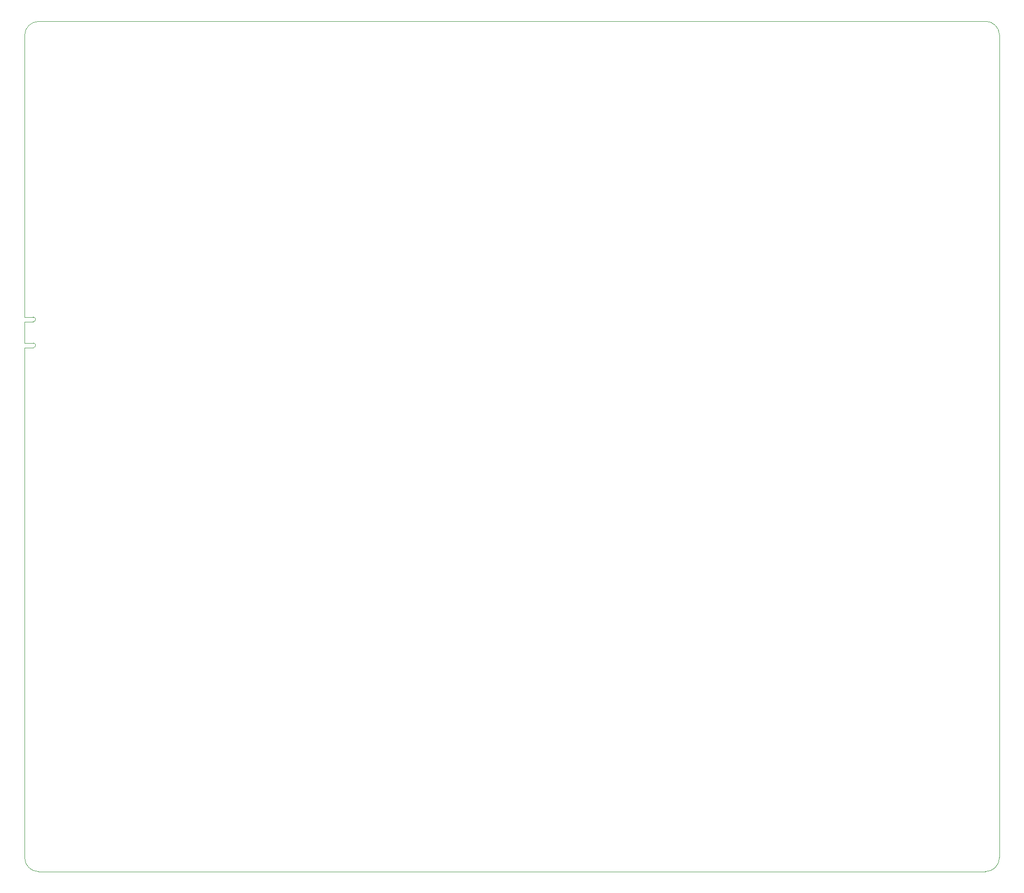
<source format=gm1>
G04 #@! TF.GenerationSoftware,KiCad,Pcbnew,(5.1.9)-1*
G04 #@! TF.CreationDate,2021-06-08T08:09:59+01:00*
G04 #@! TF.ProjectId,Looper_Board,4c6f6f70-6572-45f4-926f-6172642e6b69,rev?*
G04 #@! TF.SameCoordinates,Original*
G04 #@! TF.FileFunction,Profile,NP*
%FSLAX46Y46*%
G04 Gerber Fmt 4.6, Leading zero omitted, Abs format (unit mm)*
G04 Created by KiCad (PCBNEW (5.1.9)-1) date 2021-06-08 08:09:59*
%MOMM*%
%LPD*%
G01*
G04 APERTURE LIST*
G04 #@! TA.AperFunction,Profile*
%ADD10C,0.038100*%
G04 #@! TD*
G04 #@! TA.AperFunction,Profile*
%ADD11C,0.050000*%
G04 #@! TD*
G04 #@! TA.AperFunction,Profile*
%ADD12C,0.100000*%
G04 #@! TD*
G04 APERTURE END LIST*
D10*
X59918600Y-194741800D02*
G75*
G03*
X62458600Y-197281800I2540000J0D01*
G01*
X235635800Y-197281800D02*
G75*
G03*
X238201200Y-194716400I0J2565400D01*
G01*
X238200794Y-44093204D02*
G75*
G03*
X235635801Y-41605201I-2539594J-51996D01*
G01*
X62485198Y-41630739D02*
G75*
G03*
X59918600Y-44170600I-26598J-2539861D01*
G01*
D11*
X59918600Y-102323900D02*
X59918600Y-194741800D01*
D10*
X59918600Y-102323900D02*
X59916400Y-102302000D01*
D11*
X59916400Y-94802000D02*
X59918600Y-44170600D01*
X235635800Y-197281800D02*
X62458600Y-197281800D01*
X238200794Y-44093204D02*
X238201326Y-194716400D01*
X62485198Y-41630739D02*
X235635801Y-41605201D01*
D12*
X59916400Y-95752000D02*
X59916400Y-94802000D01*
X61491400Y-95752000D02*
X59916400Y-95752000D01*
X61491400Y-96602000D02*
X59916400Y-96602000D01*
X59916400Y-100502000D02*
X59916400Y-96602000D01*
X61491400Y-100502000D02*
X59916400Y-100502000D01*
X61491400Y-101352000D02*
X59916400Y-101352000D01*
X59916400Y-102302000D02*
X59916400Y-101352000D01*
X61491400Y-95752000D02*
G75*
G02*
X61491400Y-96602000I0J-425000D01*
G01*
X61491400Y-100502000D02*
G75*
G02*
X61491400Y-101352000I0J-425000D01*
G01*
M02*

</source>
